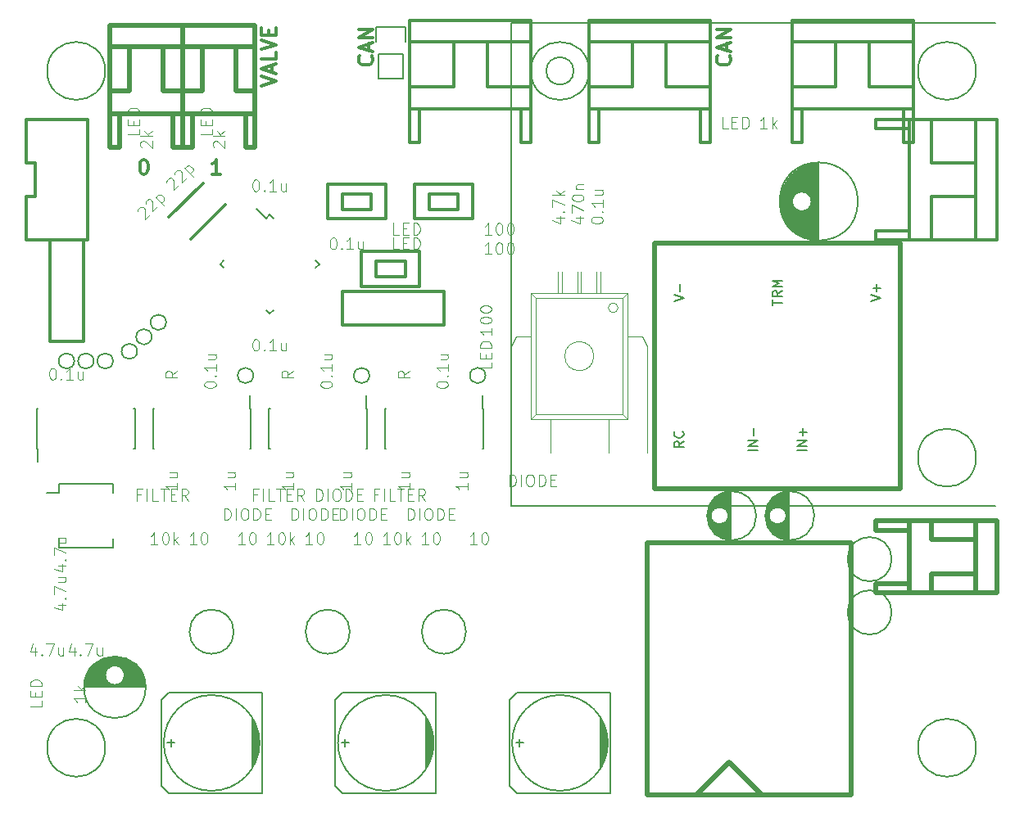
<source format=gbr>
G04 #@! TF.FileFunction,Legend,Top*
%FSLAX46Y46*%
G04 Gerber Fmt 4.6, Leading zero omitted, Abs format (unit mm)*
G04 Created by KiCad (PCBNEW 4.0.6) date 04/10/17 19:15:21*
%MOMM*%
%LPD*%
G01*
G04 APERTURE LIST*
%ADD10C,0.100000*%
%ADD11C,0.300000*%
%ADD12C,0.200000*%
%ADD13C,0.500000*%
%ADD14C,0.150000*%
%ADD15C,0.101600*%
G04 APERTURE END LIST*
D10*
D11*
X19928572Y-15678571D02*
X19071429Y-15678571D01*
X19500001Y-15678571D02*
X19500001Y-14178571D01*
X19357144Y-14392857D01*
X19214286Y-14535714D01*
X19071429Y-14607143D01*
X11928572Y-14178571D02*
X12071429Y-14178571D01*
X12214286Y-14250000D01*
X12285715Y-14321429D01*
X12357144Y-14464286D01*
X12428572Y-14750000D01*
X12428572Y-15107143D01*
X12357144Y-15392857D01*
X12285715Y-15535714D01*
X12214286Y-15607143D01*
X12071429Y-15678571D01*
X11928572Y-15678571D01*
X11785715Y-15607143D01*
X11714286Y-15535714D01*
X11642858Y-15392857D01*
X11571429Y-15107143D01*
X11571429Y-14750000D01*
X11642858Y-14464286D01*
X11714286Y-14321429D01*
X11785715Y-14250000D01*
X11928572Y-14178571D01*
X24178571Y-6571428D02*
X25678571Y-6071428D01*
X24178571Y-5571428D01*
X25250000Y-5142857D02*
X25250000Y-4428571D01*
X25678571Y-5285714D02*
X24178571Y-4785714D01*
X25678571Y-4285714D01*
X25678571Y-3071428D02*
X25678571Y-3785714D01*
X24178571Y-3785714D01*
X24178571Y-2785714D02*
X25678571Y-2285714D01*
X24178571Y-1785714D01*
X24892857Y-1285714D02*
X24892857Y-785714D01*
X25678571Y-571428D02*
X25678571Y-1285714D01*
X24178571Y-1285714D01*
X24178571Y-571428D01*
X35535714Y-3464285D02*
X35607143Y-3535714D01*
X35678571Y-3750000D01*
X35678571Y-3892857D01*
X35607143Y-4107142D01*
X35464286Y-4250000D01*
X35321429Y-4321428D01*
X35035714Y-4392857D01*
X34821429Y-4392857D01*
X34535714Y-4321428D01*
X34392857Y-4250000D01*
X34250000Y-4107142D01*
X34178571Y-3892857D01*
X34178571Y-3750000D01*
X34250000Y-3535714D01*
X34321429Y-3464285D01*
X35250000Y-2892857D02*
X35250000Y-2178571D01*
X35678571Y-3035714D02*
X34178571Y-2535714D01*
X35678571Y-2035714D01*
X35678571Y-1535714D02*
X34178571Y-1535714D01*
X35678571Y-678571D01*
X34178571Y-678571D01*
X72535714Y-3464285D02*
X72607143Y-3535714D01*
X72678571Y-3750000D01*
X72678571Y-3892857D01*
X72607143Y-4107142D01*
X72464286Y-4250000D01*
X72321429Y-4321428D01*
X72035714Y-4392857D01*
X71821429Y-4392857D01*
X71535714Y-4321428D01*
X71392857Y-4250000D01*
X71250000Y-4107142D01*
X71178571Y-3892857D01*
X71178571Y-3750000D01*
X71250000Y-3535714D01*
X71321429Y-3464285D01*
X72250000Y-2892857D02*
X72250000Y-2178571D01*
X72678571Y-3035714D02*
X71178571Y-2535714D01*
X72678571Y-2035714D01*
X72678571Y-1535714D02*
X71178571Y-1535714D01*
X72678571Y-678571D01*
X71178571Y-678571D01*
D12*
X58000000Y-5000000D02*
G75*
G03X58000000Y-5000000I-3000000J0D01*
G01*
X98000000Y-45000000D02*
G75*
G03X98000000Y-45000000I-3000000J0D01*
G01*
X98000000Y-5000000D02*
G75*
G03X98000000Y-5000000I-3000000J0D01*
G01*
X98000000Y-75000000D02*
G75*
G03X98000000Y-75000000I-3000000J0D01*
G01*
X8000000Y-75000000D02*
G75*
G03X8000000Y-75000000I-3000000J0D01*
G01*
X8000000Y-5000000D02*
G75*
G03X8000000Y-5000000I-3000000J0D01*
G01*
X56414214Y-5000000D02*
G75*
G03X56414214Y-5000000I-1414214J0D01*
G01*
X50000000Y0D02*
X50000000Y-50000000D01*
X50000000Y0D02*
X100000000Y0D01*
X100000000Y-50000000D02*
X50000000Y-50000000D01*
D13*
X90200000Y-22800000D02*
X64800000Y-22800000D01*
X64800000Y-22800000D02*
X64800000Y-48200000D01*
X64800000Y-48200000D02*
X90200000Y-48200000D01*
X90200000Y-48200000D02*
X90200000Y-22800000D01*
D11*
X18136396Y-16600862D02*
X14600862Y-20136396D01*
X20399138Y-18863604D02*
X16863604Y-22399138D01*
D14*
X23826000Y-73484000D02*
X23826000Y-75516000D01*
X23699000Y-75897000D02*
X23699000Y-72976000D01*
X23572000Y-72722000D02*
X23572000Y-76278000D01*
X23445000Y-76659000D02*
X23445000Y-72341000D01*
X23318000Y-72087000D02*
X23318000Y-76913000D01*
X23191000Y-77040000D02*
X23191000Y-71960000D01*
X24207000Y-79707000D02*
X24207000Y-69293000D01*
X24207000Y-69293000D02*
X14555000Y-69293000D01*
X14555000Y-69293000D02*
X13793000Y-70055000D01*
X13793000Y-70055000D02*
X13793000Y-78945000D01*
X13793000Y-78945000D02*
X14555000Y-79707000D01*
X14555000Y-79707000D02*
X24207000Y-79707000D01*
X14428000Y-74500000D02*
X15190000Y-74500000D01*
X14809000Y-74881000D02*
X14809000Y-74119000D01*
X23953000Y-74500000D02*
G75*
G03X23953000Y-74500000I-4953000J0D01*
G01*
X41826000Y-73484000D02*
X41826000Y-75516000D01*
X41699000Y-75897000D02*
X41699000Y-72976000D01*
X41572000Y-72722000D02*
X41572000Y-76278000D01*
X41445000Y-76659000D02*
X41445000Y-72341000D01*
X41318000Y-72087000D02*
X41318000Y-76913000D01*
X41191000Y-77040000D02*
X41191000Y-71960000D01*
X42207000Y-79707000D02*
X42207000Y-69293000D01*
X42207000Y-69293000D02*
X32555000Y-69293000D01*
X32555000Y-69293000D02*
X31793000Y-70055000D01*
X31793000Y-70055000D02*
X31793000Y-78945000D01*
X31793000Y-78945000D02*
X32555000Y-79707000D01*
X32555000Y-79707000D02*
X42207000Y-79707000D01*
X32428000Y-74500000D02*
X33190000Y-74500000D01*
X32809000Y-74881000D02*
X32809000Y-74119000D01*
X41953000Y-74500000D02*
G75*
G03X41953000Y-74500000I-4953000J0D01*
G01*
X925000Y-44075000D02*
X1030000Y-44075000D01*
X925000Y-39925000D02*
X1030000Y-39925000D01*
X11075000Y-39925000D02*
X10970000Y-39925000D01*
X11075000Y-44075000D02*
X10970000Y-44075000D01*
X925000Y-44075000D02*
X925000Y-39925000D01*
X11075000Y-44075000D02*
X11075000Y-39925000D01*
X1030000Y-44075000D02*
X1030000Y-45450000D01*
D11*
X43000000Y-31300000D02*
X32500000Y-31300000D01*
X32500000Y-31300000D02*
X32500000Y-27800000D01*
X32500000Y-27800000D02*
X43000000Y-27800000D01*
X43000000Y-27800000D02*
X43000000Y-31300000D01*
X5800000Y-22500000D02*
X5800000Y-33000000D01*
X5800000Y-33000000D02*
X2300000Y-33000000D01*
X2300000Y-33000000D02*
X2300000Y-22500000D01*
X2300000Y-22500000D02*
X5800000Y-22500000D01*
D14*
X33286000Y-63000000D02*
G75*
G03X33286000Y-63000000I-2286000J0D01*
G01*
X21286000Y-63000000D02*
G75*
G03X21286000Y-63000000I-2286000J0D01*
G01*
X45286000Y-63000000D02*
G75*
G03X45286000Y-63000000I-2286000J0D01*
G01*
D11*
X39000000Y-24700000D02*
X36000000Y-24700000D01*
X36000000Y-24700000D02*
X36000000Y-26300000D01*
X36000000Y-26300000D02*
X39000000Y-26300000D01*
X39000000Y-26300000D02*
X39000000Y-24700000D01*
X40500000Y-23700000D02*
X34500000Y-23700000D01*
X34500000Y-23700000D02*
X34500000Y-27300000D01*
X34500000Y-27300000D02*
X40500000Y-27300000D01*
X40500000Y-27300000D02*
X40500000Y-23700000D01*
D14*
X25000000Y-19873476D02*
X24628769Y-20244707D01*
X30126524Y-25000000D02*
X29755293Y-25371231D01*
X25000000Y-30126524D02*
X25371231Y-29755293D01*
X19873476Y-25000000D02*
X20244707Y-24628769D01*
X25000000Y-19873476D02*
X25371231Y-20244707D01*
X19873476Y-25000000D02*
X20244707Y-25371231D01*
X25000000Y-30126524D02*
X24628769Y-29755293D01*
X30126524Y-25000000D02*
X29755293Y-24628769D01*
X24628769Y-20244707D02*
X23656497Y-19272435D01*
D10*
X61500000Y-28500000D02*
X61500000Y-40500000D01*
X52500000Y-28500000D02*
X61500000Y-28500000D01*
X61500000Y-28500000D02*
X62000000Y-28000000D01*
X52500000Y-40500000D02*
X52500000Y-28500000D01*
X52500000Y-28500000D02*
X52000000Y-28000000D01*
X52500000Y-40500000D02*
X52000000Y-41000000D01*
X61500000Y-40500000D02*
X52500000Y-40500000D01*
X62000000Y-41000000D02*
X61500000Y-40500000D01*
X50000000Y-33500000D02*
X50000000Y-44500000D01*
X50500000Y-32500000D02*
X52000000Y-32500000D01*
X50500000Y-32500000D02*
X50000000Y-33500000D01*
X64000000Y-33500000D02*
X64000000Y-44500000D01*
X63500000Y-32500000D02*
X62000000Y-32500000D01*
X64000000Y-33500000D02*
X63500000Y-32500000D01*
X61000000Y-29500000D02*
G75*
G03X61000000Y-29500000I-500000J0D01*
G01*
X58500000Y-34500000D02*
G75*
G03X58500000Y-34500000I-1500000J0D01*
G01*
X54800000Y-28000000D02*
X54800000Y-25800000D01*
X55200000Y-28000000D02*
X55200000Y-25800000D01*
X58800000Y-28000000D02*
X58800000Y-25800000D01*
X59200000Y-28000000D02*
X59200000Y-25800000D01*
X56800000Y-28000000D02*
X56800000Y-25800000D01*
X57200000Y-28000000D02*
X57200000Y-25800000D01*
X54000000Y-44500000D02*
X54000000Y-41000000D01*
X60000000Y-44500000D02*
X60000000Y-41000000D01*
X52000000Y-28000000D02*
X62000000Y-28000000D01*
X62000000Y-41000000D02*
X52000000Y-41000000D01*
X62000000Y-41000000D02*
X62000000Y-28000000D01*
X52000000Y-41000000D02*
X52000000Y-28000000D01*
D14*
X35075000Y-39925000D02*
X34970000Y-39925000D01*
X35075000Y-44075000D02*
X34970000Y-44075000D01*
X24925000Y-44075000D02*
X25030000Y-44075000D01*
X24925000Y-39925000D02*
X25030000Y-39925000D01*
X35075000Y-39925000D02*
X35075000Y-44075000D01*
X24925000Y-39925000D02*
X24925000Y-44075000D01*
X34970000Y-39925000D02*
X34970000Y-38550000D01*
X23075000Y-39925000D02*
X22970000Y-39925000D01*
X23075000Y-44075000D02*
X22970000Y-44075000D01*
X12925000Y-44075000D02*
X13030000Y-44075000D01*
X12925000Y-39925000D02*
X13030000Y-39925000D01*
X23075000Y-39925000D02*
X23075000Y-44075000D01*
X12925000Y-39925000D02*
X12925000Y-44075000D01*
X22970000Y-39925000D02*
X22970000Y-38550000D01*
X47075000Y-39925000D02*
X46970000Y-39925000D01*
X47075000Y-44075000D02*
X46970000Y-44075000D01*
X36925000Y-44075000D02*
X37030000Y-44075000D01*
X36925000Y-39925000D02*
X37030000Y-39925000D01*
X47075000Y-39925000D02*
X47075000Y-44075000D01*
X36925000Y-39925000D02*
X36925000Y-44075000D01*
X46970000Y-39925000D02*
X46970000Y-38550000D01*
X3225000Y-47725000D02*
X3225000Y-48625000D01*
X8775000Y-47725000D02*
X8775000Y-48625000D01*
X8775000Y-54275000D02*
X8775000Y-53375000D01*
X3225000Y-54275000D02*
X3225000Y-53375000D01*
X3225000Y-47725000D02*
X8775000Y-47725000D01*
X3225000Y-54275000D02*
X8775000Y-54275000D01*
X3225000Y-48625000D02*
X1950000Y-48625000D01*
X5851000Y-68675000D02*
X12149000Y-68675000D01*
X5857000Y-68535000D02*
X12143000Y-68535000D01*
X5870000Y-68395000D02*
X8554000Y-68395000D01*
X9446000Y-68395000D02*
X12130000Y-68395000D01*
X5889000Y-68255000D02*
X8344000Y-68255000D01*
X9656000Y-68255000D02*
X12111000Y-68255000D01*
X5915000Y-68115000D02*
X8211000Y-68115000D01*
X9789000Y-68115000D02*
X12085000Y-68115000D01*
X5947000Y-67975000D02*
X8120000Y-67975000D01*
X9880000Y-67975000D02*
X12053000Y-67975000D01*
X5986000Y-67835000D02*
X8058000Y-67835000D01*
X9942000Y-67835000D02*
X12014000Y-67835000D01*
X6032000Y-67695000D02*
X8019000Y-67695000D01*
X9981000Y-67695000D02*
X11968000Y-67695000D01*
X6085000Y-67555000D02*
X8002000Y-67555000D01*
X9998000Y-67555000D02*
X11915000Y-67555000D01*
X6147000Y-67415000D02*
X8004000Y-67415000D01*
X9996000Y-67415000D02*
X11853000Y-67415000D01*
X6217000Y-67275000D02*
X8026000Y-67275000D01*
X9974000Y-67275000D02*
X11783000Y-67275000D01*
X6296000Y-67135000D02*
X8069000Y-67135000D01*
X9931000Y-67135000D02*
X11704000Y-67135000D01*
X6384000Y-66995000D02*
X8137000Y-66995000D01*
X9863000Y-66995000D02*
X11616000Y-66995000D01*
X6484000Y-66855000D02*
X8236000Y-66855000D01*
X9764000Y-66855000D02*
X11516000Y-66855000D01*
X6596000Y-66715000D02*
X8381000Y-66715000D01*
X9619000Y-66715000D02*
X11404000Y-66715000D01*
X6721000Y-66575000D02*
X8620000Y-66575000D01*
X9380000Y-66575000D02*
X11279000Y-66575000D01*
X6864000Y-66435000D02*
X11136000Y-66435000D01*
X7026000Y-66295000D02*
X10974000Y-66295000D01*
X7214000Y-66155000D02*
X10786000Y-66155000D01*
X7437000Y-66015000D02*
X10563000Y-66015000D01*
X7713000Y-65875000D02*
X10287000Y-65875000D01*
X8088000Y-65735000D02*
X9912000Y-65735000D01*
X10000000Y-67500000D02*
G75*
G03X10000000Y-67500000I-1000000J0D01*
G01*
X12187500Y-68750000D02*
G75*
G03X12187500Y-68750000I-3187500J0D01*
G01*
X38770000Y-3270000D02*
X38770000Y-5810000D01*
X39050000Y-450000D02*
X39050000Y-2000000D01*
X38770000Y-3270000D02*
X36230000Y-3270000D01*
X35950000Y-2000000D02*
X35950000Y-450000D01*
X35950000Y-450000D02*
X39050000Y-450000D01*
X36230000Y-3270000D02*
X36230000Y-5810000D01*
X36230000Y-5810000D02*
X38770000Y-5810000D01*
D11*
X44500000Y-17700000D02*
X41500000Y-17700000D01*
X41500000Y-17700000D02*
X41500000Y-19300000D01*
X41500000Y-19300000D02*
X44500000Y-19300000D01*
X44500000Y-19300000D02*
X44500000Y-17700000D01*
X46000000Y-16700000D02*
X40000000Y-16700000D01*
X40000000Y-16700000D02*
X40000000Y-20300000D01*
X40000000Y-20300000D02*
X46000000Y-20300000D01*
X46000000Y-20300000D02*
X46000000Y-16700000D01*
X35500000Y-17700000D02*
X32500000Y-17700000D01*
X32500000Y-17700000D02*
X32500000Y-19300000D01*
X32500000Y-19300000D02*
X35500000Y-19300000D01*
X35500000Y-19300000D02*
X35500000Y-17700000D01*
X37000000Y-16700000D02*
X31000000Y-16700000D01*
X31000000Y-16700000D02*
X31000000Y-20300000D01*
X31000000Y-20300000D02*
X37000000Y-20300000D01*
X37000000Y-20300000D02*
X37000000Y-16700000D01*
D14*
X14303219Y-31000000D02*
G75*
G03X14303219Y-31000000I-803219J0D01*
G01*
X12803219Y-32500000D02*
G75*
G03X12803219Y-32500000I-803219J0D01*
G01*
X11303219Y-34000000D02*
G75*
G03X11303219Y-34000000I-803219J0D01*
G01*
X4803219Y-35000000D02*
G75*
G03X4803219Y-35000000I-803219J0D01*
G01*
X6803219Y-35000000D02*
G75*
G03X6803219Y-35000000I-803219J0D01*
G01*
X8803219Y-35000000D02*
G75*
G03X8803219Y-35000000I-803219J0D01*
G01*
X35303219Y-36500000D02*
G75*
G03X35303219Y-36500000I-803219J0D01*
G01*
X23303219Y-36500000D02*
G75*
G03X23303219Y-36500000I-803219J0D01*
G01*
X47303219Y-36500000D02*
G75*
G03X47303219Y-36500000I-803219J0D01*
G01*
X89286000Y-55500000D02*
G75*
G03X89286000Y-55500000I-2286000J0D01*
G01*
X89286000Y-61000000D02*
G75*
G03X89286000Y-61000000I-2286000J0D01*
G01*
D13*
X72500000Y-76500000D02*
X69100000Y-79900000D01*
X72500000Y-76500000D02*
X75900000Y-79900000D01*
X85100000Y-53800000D02*
X64000000Y-53800000D01*
X78500000Y-79900000D02*
X64000000Y-79900000D01*
X64000000Y-79900000D02*
X64000000Y-53800000D01*
X85100000Y-79900000D02*
X85100000Y-53800000D01*
X78500000Y-79900000D02*
X85100000Y-79900000D01*
D11*
X79000000Y200000D02*
X91500000Y200000D01*
X79000000Y-12400000D02*
X79000000Y200000D01*
X80000000Y-8900000D02*
X80000000Y-12400000D01*
X80000000Y-12400000D02*
X79000000Y-12400000D01*
X91500000Y-8900000D02*
X79000000Y-8900000D01*
X83500000Y-6600000D02*
X83500000Y-2000000D01*
X83500000Y-6600000D02*
X79000000Y-6600000D01*
X87000000Y-2000000D02*
X87000000Y-6600000D01*
X87000000Y-6600000D02*
X91500000Y-6600000D01*
X91500000Y-2000000D02*
X79000000Y-2000000D01*
X91500000Y-12400000D02*
X91500000Y200000D01*
X91500000Y-12400000D02*
X90500000Y-12400000D01*
X90500000Y-12400000D02*
X90500000Y-8900000D01*
D13*
X87600000Y-58000000D02*
X87600000Y-59000000D01*
X87600000Y-51500000D02*
X87600000Y-52500000D01*
X87600000Y-52500000D02*
X91100000Y-52500000D01*
X87600000Y-58000000D02*
X91100000Y-58000000D01*
X93400000Y-53500000D02*
X93400000Y-51500000D01*
X93400000Y-57000000D02*
X93400000Y-59000000D01*
X93400000Y-53500000D02*
X98000000Y-53500000D01*
X93400000Y-57000000D02*
X98000000Y-57000000D01*
X91100000Y-59000000D02*
X91100000Y-51500000D01*
X98000000Y-59000000D02*
X98000000Y-51500000D01*
X100200000Y-59000000D02*
X100200000Y-51500000D01*
X87600000Y-51500000D02*
X100200000Y-51500000D01*
X87600000Y-59000000D02*
X100200000Y-59000000D01*
D14*
X81675000Y-22499000D02*
X81675000Y-14501000D01*
X81535000Y-22494000D02*
X81535000Y-14506000D01*
X81395000Y-22484000D02*
X81395000Y-14516000D01*
X81255000Y-22469000D02*
X81255000Y-14531000D01*
X81115000Y-22449000D02*
X81115000Y-14551000D01*
X80975000Y-22424000D02*
X80975000Y-18722000D01*
X80975000Y-18278000D02*
X80975000Y-14576000D01*
X80835000Y-22394000D02*
X80835000Y-19050000D01*
X80835000Y-17950000D02*
X80835000Y-14606000D01*
X80695000Y-22358000D02*
X80695000Y-19219000D01*
X80695000Y-17781000D02*
X80695000Y-14642000D01*
X80555000Y-22317000D02*
X80555000Y-19332000D01*
X80555000Y-17668000D02*
X80555000Y-14683000D01*
X80415000Y-22271000D02*
X80415000Y-19410000D01*
X80415000Y-17590000D02*
X80415000Y-14729000D01*
X80275000Y-22218000D02*
X80275000Y-19461000D01*
X80275000Y-17539000D02*
X80275000Y-14782000D01*
X80135000Y-22159000D02*
X80135000Y-19491000D01*
X80135000Y-17509000D02*
X80135000Y-14841000D01*
X79995000Y-22094000D02*
X79995000Y-19500000D01*
X79995000Y-17500000D02*
X79995000Y-14906000D01*
X79855000Y-22023000D02*
X79855000Y-19489000D01*
X79855000Y-17511000D02*
X79855000Y-14977000D01*
X79715000Y-21944000D02*
X79715000Y-19459000D01*
X79715000Y-17541000D02*
X79715000Y-15056000D01*
X79575000Y-21857000D02*
X79575000Y-19405000D01*
X79575000Y-17595000D02*
X79575000Y-15143000D01*
X79435000Y-21762000D02*
X79435000Y-19325000D01*
X79435000Y-17675000D02*
X79435000Y-15238000D01*
X79295000Y-21658000D02*
X79295000Y-19209000D01*
X79295000Y-17791000D02*
X79295000Y-15342000D01*
X79155000Y-21544000D02*
X79155000Y-19035000D01*
X79155000Y-17965000D02*
X79155000Y-15456000D01*
X79015000Y-21419000D02*
X79015000Y-18673000D01*
X79015000Y-18327000D02*
X79015000Y-15581000D01*
X78875000Y-21281000D02*
X78875000Y-15719000D01*
X78735000Y-21129000D02*
X78735000Y-15871000D01*
X78595000Y-20959000D02*
X78595000Y-16041000D01*
X78455000Y-20768000D02*
X78455000Y-16232000D01*
X78315000Y-20550000D02*
X78315000Y-16450000D01*
X78175000Y-20294000D02*
X78175000Y-16706000D01*
X78035000Y-19983000D02*
X78035000Y-17017000D01*
X77895000Y-19567000D02*
X77895000Y-17433000D01*
X77755000Y-18700000D02*
X77755000Y-18300000D01*
X81000000Y-18500000D02*
G75*
G03X81000000Y-18500000I-1000000J0D01*
G01*
X85787500Y-18500000D02*
G75*
G03X85787500Y-18500000I-4037500J0D01*
G01*
X78675000Y-53499000D02*
X78675000Y-48501000D01*
X78535000Y-53491000D02*
X78535000Y-48509000D01*
X78395000Y-53475000D02*
X78395000Y-51095000D01*
X78395000Y-50905000D02*
X78395000Y-48525000D01*
X78255000Y-53451000D02*
X78255000Y-51490000D01*
X78255000Y-50510000D02*
X78255000Y-48549000D01*
X78115000Y-53418000D02*
X78115000Y-51657000D01*
X78115000Y-50343000D02*
X78115000Y-48582000D01*
X77975000Y-53377000D02*
X77975000Y-51764000D01*
X77975000Y-50236000D02*
X77975000Y-48623000D01*
X77835000Y-53327000D02*
X77835000Y-51835000D01*
X77835000Y-50165000D02*
X77835000Y-48673000D01*
X77695000Y-53266000D02*
X77695000Y-51879000D01*
X77695000Y-50121000D02*
X77695000Y-48734000D01*
X77555000Y-53196000D02*
X77555000Y-51898000D01*
X77555000Y-50102000D02*
X77555000Y-48804000D01*
X77415000Y-53114000D02*
X77415000Y-51896000D01*
X77415000Y-50104000D02*
X77415000Y-48886000D01*
X77275000Y-53019000D02*
X77275000Y-51871000D01*
X77275000Y-50129000D02*
X77275000Y-48981000D01*
X77135000Y-52908000D02*
X77135000Y-51823000D01*
X77135000Y-50177000D02*
X77135000Y-49092000D01*
X76995000Y-52780000D02*
X76995000Y-51745000D01*
X76995000Y-50255000D02*
X76995000Y-49220000D01*
X76855000Y-52631000D02*
X76855000Y-51628000D01*
X76855000Y-50372000D02*
X76855000Y-49369000D01*
X76715000Y-52452000D02*
X76715000Y-51440000D01*
X76715000Y-50560000D02*
X76715000Y-49548000D01*
X76575000Y-52233000D02*
X76575000Y-49767000D01*
X76435000Y-51944000D02*
X76435000Y-50056000D01*
X76295000Y-51472000D02*
X76295000Y-50528000D01*
X78400000Y-51000000D02*
G75*
G03X78400000Y-51000000I-900000J0D01*
G01*
X81287500Y-51000000D02*
G75*
G03X81287500Y-51000000I-2537500J0D01*
G01*
X72675000Y-53499000D02*
X72675000Y-48501000D01*
X72535000Y-53491000D02*
X72535000Y-48509000D01*
X72395000Y-53475000D02*
X72395000Y-51095000D01*
X72395000Y-50905000D02*
X72395000Y-48525000D01*
X72255000Y-53451000D02*
X72255000Y-51490000D01*
X72255000Y-50510000D02*
X72255000Y-48549000D01*
X72115000Y-53418000D02*
X72115000Y-51657000D01*
X72115000Y-50343000D02*
X72115000Y-48582000D01*
X71975000Y-53377000D02*
X71975000Y-51764000D01*
X71975000Y-50236000D02*
X71975000Y-48623000D01*
X71835000Y-53327000D02*
X71835000Y-51835000D01*
X71835000Y-50165000D02*
X71835000Y-48673000D01*
X71695000Y-53266000D02*
X71695000Y-51879000D01*
X71695000Y-50121000D02*
X71695000Y-48734000D01*
X71555000Y-53196000D02*
X71555000Y-51898000D01*
X71555000Y-50102000D02*
X71555000Y-48804000D01*
X71415000Y-53114000D02*
X71415000Y-51896000D01*
X71415000Y-50104000D02*
X71415000Y-48886000D01*
X71275000Y-53019000D02*
X71275000Y-51871000D01*
X71275000Y-50129000D02*
X71275000Y-48981000D01*
X71135000Y-52908000D02*
X71135000Y-51823000D01*
X71135000Y-50177000D02*
X71135000Y-49092000D01*
X70995000Y-52780000D02*
X70995000Y-51745000D01*
X70995000Y-50255000D02*
X70995000Y-49220000D01*
X70855000Y-52631000D02*
X70855000Y-51628000D01*
X70855000Y-50372000D02*
X70855000Y-49369000D01*
X70715000Y-52452000D02*
X70715000Y-51440000D01*
X70715000Y-50560000D02*
X70715000Y-49548000D01*
X70575000Y-52233000D02*
X70575000Y-49767000D01*
X70435000Y-51944000D02*
X70435000Y-50056000D01*
X70295000Y-51472000D02*
X70295000Y-50528000D01*
X72400000Y-51000000D02*
G75*
G03X72400000Y-51000000I-900000J0D01*
G01*
X75287500Y-51000000D02*
G75*
G03X75287500Y-51000000I-2537500J0D01*
G01*
D11*
X39500000Y200000D02*
X52000000Y200000D01*
X39500000Y-12400000D02*
X39500000Y200000D01*
X40500000Y-8900000D02*
X40500000Y-12400000D01*
X40500000Y-12400000D02*
X39500000Y-12400000D01*
X52000000Y-8900000D02*
X39500000Y-8900000D01*
X44000000Y-6600000D02*
X44000000Y-2000000D01*
X44000000Y-6600000D02*
X39500000Y-6600000D01*
X47500000Y-2000000D02*
X47500000Y-6600000D01*
X47500000Y-6600000D02*
X52000000Y-6600000D01*
X52000000Y-2000000D02*
X39500000Y-2000000D01*
X52000000Y-12400000D02*
X52000000Y200000D01*
X52000000Y-12400000D02*
X51000000Y-12400000D01*
X51000000Y-12400000D02*
X51000000Y-8900000D01*
X58000000Y200000D02*
X70500000Y200000D01*
X58000000Y-12400000D02*
X58000000Y200000D01*
X59000000Y-8900000D02*
X59000000Y-12400000D01*
X59000000Y-12400000D02*
X58000000Y-12400000D01*
X70500000Y-8900000D02*
X58000000Y-8900000D01*
X62500000Y-6600000D02*
X62500000Y-2000000D01*
X62500000Y-6600000D02*
X58000000Y-6600000D01*
X66000000Y-2000000D02*
X66000000Y-6600000D01*
X66000000Y-6600000D02*
X70500000Y-6600000D01*
X70500000Y-2000000D02*
X58000000Y-2000000D01*
X70500000Y-12400000D02*
X70500000Y200000D01*
X70500000Y-12400000D02*
X69500000Y-12400000D01*
X69500000Y-12400000D02*
X69500000Y-8900000D01*
X100200000Y-10000000D02*
X100200000Y-22500000D01*
X87600000Y-10000000D02*
X100200000Y-10000000D01*
X91100000Y-11000000D02*
X87600000Y-11000000D01*
X87600000Y-11000000D02*
X87600000Y-10000000D01*
X91100000Y-22500000D02*
X91100000Y-10000000D01*
X93400000Y-14500000D02*
X98000000Y-14500000D01*
X93400000Y-14500000D02*
X93400000Y-10000000D01*
X98000000Y-18000000D02*
X93400000Y-18000000D01*
X93400000Y-18000000D02*
X93400000Y-22500000D01*
X98000000Y-22500000D02*
X98000000Y-10000000D01*
X87600000Y-22500000D02*
X100200000Y-22500000D01*
X87600000Y-22500000D02*
X87600000Y-21500000D01*
X87600000Y-21500000D02*
X91100000Y-21500000D01*
X-200000Y-10000000D02*
X-200000Y-14500000D01*
X-200000Y-14500000D02*
X800000Y-14500000D01*
X800000Y-14500000D02*
X800000Y-18000000D01*
X800000Y-18000000D02*
X-200000Y-18000000D01*
X-200000Y-18000000D02*
X-200000Y-22500000D01*
X6200000Y-22500000D02*
X6200000Y-10000000D01*
X-200000Y-22500000D02*
X6200000Y-22500000D01*
X6200000Y-10000000D02*
X-200000Y-10000000D01*
D13*
X15000000Y-12900000D02*
X16000000Y-12900000D01*
X8500000Y-12900000D02*
X9500000Y-12900000D01*
X9500000Y-12900000D02*
X9500000Y-9400000D01*
X15000000Y-12900000D02*
X15000000Y-9400000D01*
X10500000Y-7100000D02*
X8500000Y-7100000D01*
X14000000Y-7100000D02*
X16000000Y-7100000D01*
X10500000Y-7100000D02*
X10500000Y-2500000D01*
X14000000Y-7100000D02*
X14000000Y-2500000D01*
X16000000Y-9400000D02*
X8500000Y-9400000D01*
X16000000Y-2500000D02*
X8500000Y-2500000D01*
X16000000Y-300000D02*
X8500000Y-300000D01*
X8500000Y-12900000D02*
X8500000Y-300000D01*
X16000000Y-12900000D02*
X16000000Y-300000D01*
X22500000Y-12900000D02*
X23500000Y-12900000D01*
X16000000Y-12900000D02*
X17000000Y-12900000D01*
X17000000Y-12900000D02*
X17000000Y-9400000D01*
X22500000Y-12900000D02*
X22500000Y-9400000D01*
X18000000Y-7100000D02*
X16000000Y-7100000D01*
X21500000Y-7100000D02*
X23500000Y-7100000D01*
X18000000Y-7100000D02*
X18000000Y-2500000D01*
X21500000Y-7100000D02*
X21500000Y-2500000D01*
X23500000Y-9400000D02*
X16000000Y-9400000D01*
X23500000Y-2500000D02*
X16000000Y-2500000D01*
X23500000Y-300000D02*
X16000000Y-300000D01*
X16000000Y-12900000D02*
X16000000Y-300000D01*
X23500000Y-12900000D02*
X23500000Y-300000D01*
D14*
X59826000Y-73484000D02*
X59826000Y-75516000D01*
X59699000Y-75897000D02*
X59699000Y-72976000D01*
X59572000Y-72722000D02*
X59572000Y-76278000D01*
X59445000Y-76659000D02*
X59445000Y-72341000D01*
X59318000Y-72087000D02*
X59318000Y-76913000D01*
X59191000Y-77040000D02*
X59191000Y-71960000D01*
X60207000Y-79707000D02*
X60207000Y-69293000D01*
X60207000Y-69293000D02*
X50555000Y-69293000D01*
X50555000Y-69293000D02*
X49793000Y-70055000D01*
X49793000Y-70055000D02*
X49793000Y-78945000D01*
X49793000Y-78945000D02*
X50555000Y-79707000D01*
X50555000Y-79707000D02*
X60207000Y-79707000D01*
X50428000Y-74500000D02*
X51190000Y-74500000D01*
X50809000Y-74881000D02*
X50809000Y-74119000D01*
X59953000Y-74500000D02*
G75*
G03X59953000Y-74500000I-4953000J0D01*
G01*
X67792381Y-43310476D02*
X67316190Y-43643810D01*
X67792381Y-43881905D02*
X66792381Y-43881905D01*
X66792381Y-43500952D01*
X66840000Y-43405714D01*
X66887619Y-43358095D01*
X66982857Y-43310476D01*
X67125714Y-43310476D01*
X67220952Y-43358095D01*
X67268571Y-43405714D01*
X67316190Y-43500952D01*
X67316190Y-43881905D01*
X67697143Y-42310476D02*
X67744762Y-42358095D01*
X67792381Y-42500952D01*
X67792381Y-42596190D01*
X67744762Y-42739048D01*
X67649524Y-42834286D01*
X67554286Y-42881905D01*
X67363810Y-42929524D01*
X67220952Y-42929524D01*
X67030476Y-42881905D01*
X66935238Y-42834286D01*
X66840000Y-42739048D01*
X66792381Y-42596190D01*
X66792381Y-42500952D01*
X66840000Y-42358095D01*
X66887619Y-42310476D01*
X75412381Y-44262857D02*
X74412381Y-44262857D01*
X75412381Y-43786667D02*
X74412381Y-43786667D01*
X75412381Y-43215238D01*
X74412381Y-43215238D01*
X75031429Y-42739048D02*
X75031429Y-41977143D01*
X80492381Y-44262857D02*
X79492381Y-44262857D01*
X80492381Y-43786667D02*
X79492381Y-43786667D01*
X80492381Y-43215238D01*
X79492381Y-43215238D01*
X80111429Y-42739048D02*
X80111429Y-41977143D01*
X80492381Y-42358095D02*
X79730476Y-42358095D01*
X66792381Y-28832381D02*
X67792381Y-28499048D01*
X66792381Y-28165714D01*
X67411429Y-27832381D02*
X67411429Y-27070476D01*
X76952381Y-29237143D02*
X76952381Y-28665714D01*
X77952381Y-28951429D02*
X76952381Y-28951429D01*
X77952381Y-27760952D02*
X77476190Y-28094286D01*
X77952381Y-28332381D02*
X76952381Y-28332381D01*
X76952381Y-27951428D01*
X77000000Y-27856190D01*
X77047619Y-27808571D01*
X77142857Y-27760952D01*
X77285714Y-27760952D01*
X77380952Y-27808571D01*
X77428571Y-27856190D01*
X77476190Y-27951428D01*
X77476190Y-28332381D01*
X77952381Y-27332381D02*
X76952381Y-27332381D01*
X77666667Y-26999047D01*
X76952381Y-26665714D01*
X77952381Y-26665714D01*
X87112381Y-28832381D02*
X88112381Y-28499048D01*
X87112381Y-28165714D01*
X87731429Y-27832381D02*
X87731429Y-27070476D01*
X88112381Y-27451428D02*
X87350476Y-27451428D01*
D15*
X804333Y-64638214D02*
X804333Y-65442548D01*
X517071Y-64178595D02*
X229810Y-65040381D01*
X976690Y-65040381D01*
X1436310Y-65327643D02*
X1493762Y-65385095D01*
X1436310Y-65442548D01*
X1378858Y-65385095D01*
X1436310Y-65327643D01*
X1436310Y-65442548D01*
X1895929Y-64236048D02*
X2700262Y-64236048D01*
X2183191Y-65442548D01*
X3676953Y-64638214D02*
X3676953Y-65442548D01*
X3159882Y-64638214D02*
X3159882Y-65270190D01*
X3217334Y-65385095D01*
X3332239Y-65442548D01*
X3504596Y-65442548D01*
X3619501Y-65385095D01*
X3676953Y-65327643D01*
X14350001Y-16525000D02*
X14350001Y-16443751D01*
X14390626Y-16321876D01*
X14593751Y-16118751D01*
X14715625Y-16078126D01*
X14796875Y-16078126D01*
X14918750Y-16118751D01*
X15000000Y-16200001D01*
X15081250Y-16362501D01*
X15081250Y-17337500D01*
X15609375Y-16809376D01*
X15162500Y-15712501D02*
X15162500Y-15631251D01*
X15203126Y-15509376D01*
X15406251Y-15306251D01*
X15528125Y-15265627D01*
X15609375Y-15265626D01*
X15731250Y-15306251D01*
X15812500Y-15387502D01*
X15893750Y-15550001D01*
X15893750Y-16525001D01*
X16421874Y-15996876D01*
X16218749Y-15062501D02*
X17071874Y-15915625D01*
X16259375Y-15103127D02*
X16300000Y-14981251D01*
X16462499Y-14818751D01*
X16584375Y-14778127D01*
X16665624Y-14778127D01*
X16787499Y-14818751D01*
X17031249Y-15062501D01*
X17071874Y-15184377D01*
X17071874Y-15265626D01*
X17031249Y-15387502D01*
X16868750Y-15550001D01*
X16746874Y-15590626D01*
X11350001Y-19525000D02*
X11350001Y-19443751D01*
X11390626Y-19321876D01*
X11593751Y-19118751D01*
X11715625Y-19078126D01*
X11796875Y-19078126D01*
X11918750Y-19118751D01*
X12000000Y-19200001D01*
X12081250Y-19362501D01*
X12081250Y-20337500D01*
X12609375Y-19809376D01*
X12162500Y-18712501D02*
X12162500Y-18631251D01*
X12203126Y-18509376D01*
X12406251Y-18306251D01*
X12528125Y-18265627D01*
X12609375Y-18265626D01*
X12731250Y-18306251D01*
X12812500Y-18387502D01*
X12893750Y-18550001D01*
X12893750Y-19525001D01*
X13421874Y-18996876D01*
X13218749Y-18062501D02*
X14071874Y-18915625D01*
X13259375Y-18103127D02*
X13300000Y-17981251D01*
X13462499Y-17818751D01*
X13584375Y-17778127D01*
X13665624Y-17778127D01*
X13787499Y-17818751D01*
X14031249Y-18062501D01*
X14071874Y-18184377D01*
X14071874Y-18265626D01*
X14031249Y-18387502D01*
X13868750Y-18550001D01*
X13746874Y-18590626D01*
X18236048Y-37482929D02*
X18236048Y-37368024D01*
X18293500Y-37253119D01*
X18350952Y-37195667D01*
X18465857Y-37138214D01*
X18695667Y-37080762D01*
X18982929Y-37080762D01*
X19212738Y-37138214D01*
X19327643Y-37195667D01*
X19385095Y-37253119D01*
X19442548Y-37368024D01*
X19442548Y-37482929D01*
X19385095Y-37597833D01*
X19327643Y-37655286D01*
X19212738Y-37712738D01*
X18982929Y-37770190D01*
X18695667Y-37770190D01*
X18465857Y-37712738D01*
X18350952Y-37655286D01*
X18293500Y-37597833D01*
X18236048Y-37482929D01*
X19327643Y-36563690D02*
X19385095Y-36506238D01*
X19442548Y-36563690D01*
X19385095Y-36621142D01*
X19327643Y-36563690D01*
X19442548Y-36563690D01*
X19442548Y-35357190D02*
X19442548Y-36046618D01*
X19442548Y-35701904D02*
X18236048Y-35701904D01*
X18408405Y-35816809D01*
X18523310Y-35931714D01*
X18580762Y-36046618D01*
X18638214Y-34323047D02*
X19442548Y-34323047D01*
X18638214Y-34840118D02*
X19270190Y-34840118D01*
X19385095Y-34782666D01*
X19442548Y-34667761D01*
X19442548Y-34495404D01*
X19385095Y-34380499D01*
X19327643Y-34323047D01*
X42236048Y-37482929D02*
X42236048Y-37368024D01*
X42293500Y-37253119D01*
X42350952Y-37195667D01*
X42465857Y-37138214D01*
X42695667Y-37080762D01*
X42982929Y-37080762D01*
X43212738Y-37138214D01*
X43327643Y-37195667D01*
X43385095Y-37253119D01*
X43442548Y-37368024D01*
X43442548Y-37482929D01*
X43385095Y-37597833D01*
X43327643Y-37655286D01*
X43212738Y-37712738D01*
X42982929Y-37770190D01*
X42695667Y-37770190D01*
X42465857Y-37712738D01*
X42350952Y-37655286D01*
X42293500Y-37597833D01*
X42236048Y-37482929D01*
X43327643Y-36563690D02*
X43385095Y-36506238D01*
X43442548Y-36563690D01*
X43385095Y-36621142D01*
X43327643Y-36563690D01*
X43442548Y-36563690D01*
X43442548Y-35357190D02*
X43442548Y-36046618D01*
X43442548Y-35701904D02*
X42236048Y-35701904D01*
X42408405Y-35816809D01*
X42523310Y-35931714D01*
X42580762Y-36046618D01*
X42638214Y-34323047D02*
X43442548Y-34323047D01*
X42638214Y-34840118D02*
X43270190Y-34840118D01*
X43385095Y-34782666D01*
X43442548Y-34667761D01*
X43442548Y-34495404D01*
X43385095Y-34380499D01*
X43327643Y-34323047D01*
X33442548Y-47580762D02*
X33442548Y-48270190D01*
X33442548Y-47925476D02*
X32236048Y-47925476D01*
X32408405Y-48040381D01*
X32523310Y-48155286D01*
X32580762Y-48270190D01*
X32638214Y-46546619D02*
X33442548Y-46546619D01*
X32638214Y-47063690D02*
X33270190Y-47063690D01*
X33385095Y-47006238D01*
X33442548Y-46891333D01*
X33442548Y-46718976D01*
X33385095Y-46604071D01*
X33327643Y-46546619D01*
X27442548Y-47580762D02*
X27442548Y-48270190D01*
X27442548Y-47925476D02*
X26236048Y-47925476D01*
X26408405Y-48040381D01*
X26523310Y-48155286D01*
X26580762Y-48270190D01*
X26638214Y-46546619D02*
X27442548Y-46546619D01*
X26638214Y-47063690D02*
X27270190Y-47063690D01*
X27385095Y-47006238D01*
X27442548Y-46891333D01*
X27442548Y-46718976D01*
X27385095Y-46604071D01*
X27327643Y-46546619D01*
X4804333Y-64638214D02*
X4804333Y-65442548D01*
X4517071Y-64178595D02*
X4229810Y-65040381D01*
X4976690Y-65040381D01*
X5436310Y-65327643D02*
X5493762Y-65385095D01*
X5436310Y-65442548D01*
X5378858Y-65385095D01*
X5436310Y-65327643D01*
X5436310Y-65442548D01*
X5895929Y-64236048D02*
X6700262Y-64236048D01*
X6183191Y-65442548D01*
X7676953Y-64638214D02*
X7676953Y-65442548D01*
X7159882Y-64638214D02*
X7159882Y-65270190D01*
X7217334Y-65385095D01*
X7332239Y-65442548D01*
X7504596Y-65442548D01*
X7619501Y-65385095D01*
X7676953Y-65327643D01*
X3138214Y-56195667D02*
X3942548Y-56195667D01*
X2678595Y-56482929D02*
X3540381Y-56770190D01*
X3540381Y-56023310D01*
X3827643Y-55563690D02*
X3885095Y-55506238D01*
X3942548Y-55563690D01*
X3885095Y-55621142D01*
X3827643Y-55563690D01*
X3942548Y-55563690D01*
X2736048Y-55104071D02*
X2736048Y-54299738D01*
X3942548Y-54816809D01*
X3138214Y-53323047D02*
X3942548Y-53323047D01*
X3138214Y-53840118D02*
X3770190Y-53840118D01*
X3885095Y-53782666D01*
X3942548Y-53667761D01*
X3942548Y-53495404D01*
X3885095Y-53380499D01*
X3827643Y-53323047D01*
X23689429Y-48810571D02*
X23287262Y-48810571D01*
X23287262Y-49442548D02*
X23287262Y-48236048D01*
X23861786Y-48236048D01*
X24321405Y-49442548D02*
X24321405Y-48236048D01*
X25470453Y-49442548D02*
X24895929Y-49442548D01*
X24895929Y-48236048D01*
X25700262Y-48236048D02*
X26389690Y-48236048D01*
X26044976Y-49442548D02*
X26044976Y-48236048D01*
X26791857Y-48810571D02*
X27194024Y-48810571D01*
X27366381Y-49442548D02*
X26791857Y-49442548D01*
X26791857Y-48236048D01*
X27366381Y-48236048D01*
X28572880Y-49442548D02*
X28170714Y-48868024D01*
X27883452Y-49442548D02*
X27883452Y-48236048D01*
X28343071Y-48236048D01*
X28457976Y-48293500D01*
X28515428Y-48350952D01*
X28572880Y-48465857D01*
X28572880Y-48638214D01*
X28515428Y-48753119D01*
X28457976Y-48810571D01*
X28343071Y-48868024D01*
X27883452Y-48868024D01*
X11689429Y-48810571D02*
X11287262Y-48810571D01*
X11287262Y-49442548D02*
X11287262Y-48236048D01*
X11861786Y-48236048D01*
X12321405Y-49442548D02*
X12321405Y-48236048D01*
X13470453Y-49442548D02*
X12895929Y-49442548D01*
X12895929Y-48236048D01*
X13700262Y-48236048D02*
X14389690Y-48236048D01*
X14044976Y-49442548D02*
X14044976Y-48236048D01*
X14791857Y-48810571D02*
X15194024Y-48810571D01*
X15366381Y-49442548D02*
X14791857Y-49442548D01*
X14791857Y-48236048D01*
X15366381Y-48236048D01*
X16572880Y-49442548D02*
X16170714Y-48868024D01*
X15883452Y-49442548D02*
X15883452Y-48236048D01*
X16343071Y-48236048D01*
X16457976Y-48293500D01*
X16515428Y-48350952D01*
X16572880Y-48465857D01*
X16572880Y-48638214D01*
X16515428Y-48753119D01*
X16457976Y-48810571D01*
X16343071Y-48868024D01*
X15883452Y-48868024D01*
X36189429Y-48810571D02*
X35787262Y-48810571D01*
X35787262Y-49442548D02*
X35787262Y-48236048D01*
X36361786Y-48236048D01*
X36821405Y-49442548D02*
X36821405Y-48236048D01*
X37970453Y-49442548D02*
X37395929Y-49442548D01*
X37395929Y-48236048D01*
X38200262Y-48236048D02*
X38889690Y-48236048D01*
X38544976Y-49442548D02*
X38544976Y-48236048D01*
X39291857Y-48810571D02*
X39694024Y-48810571D01*
X39866381Y-49442548D02*
X39291857Y-49442548D01*
X39291857Y-48236048D01*
X39866381Y-48236048D01*
X41072880Y-49442548D02*
X40670714Y-48868024D01*
X40383452Y-49442548D02*
X40383452Y-48236048D01*
X40843071Y-48236048D01*
X40957976Y-48293500D01*
X41015428Y-48350952D01*
X41072880Y-48465857D01*
X41072880Y-48638214D01*
X41015428Y-48753119D01*
X40957976Y-48810571D01*
X40843071Y-48868024D01*
X40383452Y-48868024D01*
X27442548Y-36023310D02*
X26868024Y-36425476D01*
X27442548Y-36712738D02*
X26236048Y-36712738D01*
X26236048Y-36253119D01*
X26293500Y-36138214D01*
X26350952Y-36080762D01*
X26465857Y-36023310D01*
X26638214Y-36023310D01*
X26753119Y-36080762D01*
X26810571Y-36138214D01*
X26868024Y-36253119D01*
X26868024Y-36712738D01*
X15442548Y-36023310D02*
X14868024Y-36425476D01*
X15442548Y-36712738D02*
X14236048Y-36712738D01*
X14236048Y-36253119D01*
X14293500Y-36138214D01*
X14350952Y-36080762D01*
X14465857Y-36023310D01*
X14638214Y-36023310D01*
X14753119Y-36080762D01*
X14810571Y-36138214D01*
X14868024Y-36253119D01*
X14868024Y-36712738D01*
X39442548Y-36023310D02*
X38868024Y-36425476D01*
X39442548Y-36712738D02*
X38236048Y-36712738D01*
X38236048Y-36253119D01*
X38293500Y-36138214D01*
X38350952Y-36080762D01*
X38465857Y-36023310D01*
X38638214Y-36023310D01*
X38753119Y-36080762D01*
X38810571Y-36138214D01*
X38868024Y-36253119D01*
X38868024Y-36712738D01*
X54638214Y-20195667D02*
X55442548Y-20195667D01*
X54178595Y-20482929D02*
X55040381Y-20770190D01*
X55040381Y-20023310D01*
X55327643Y-19563690D02*
X55385095Y-19506238D01*
X55442548Y-19563690D01*
X55385095Y-19621142D01*
X55327643Y-19563690D01*
X55442548Y-19563690D01*
X54236048Y-19104071D02*
X54236048Y-18299738D01*
X55442548Y-18816809D01*
X55442548Y-17840118D02*
X54236048Y-17840118D01*
X54982929Y-17725213D02*
X55442548Y-17380499D01*
X54638214Y-17380499D02*
X55097833Y-17840118D01*
X25419238Y-53942548D02*
X24729810Y-53942548D01*
X25074524Y-53942548D02*
X25074524Y-52736048D01*
X24959619Y-52908405D01*
X24844714Y-53023310D01*
X24729810Y-53080762D01*
X26166119Y-52736048D02*
X26281024Y-52736048D01*
X26395929Y-52793500D01*
X26453381Y-52850952D01*
X26510834Y-52965857D01*
X26568286Y-53195667D01*
X26568286Y-53482929D01*
X26510834Y-53712738D01*
X26453381Y-53827643D01*
X26395929Y-53885095D01*
X26281024Y-53942548D01*
X26166119Y-53942548D01*
X26051215Y-53885095D01*
X25993762Y-53827643D01*
X25936310Y-53712738D01*
X25878858Y-53482929D01*
X25878858Y-53195667D01*
X25936310Y-52965857D01*
X25993762Y-52850952D01*
X26051215Y-52793500D01*
X26166119Y-52736048D01*
X27085358Y-53942548D02*
X27085358Y-52736048D01*
X27200263Y-53482929D02*
X27544977Y-53942548D01*
X27544977Y-53138214D02*
X27085358Y-53597833D01*
X13419238Y-53942548D02*
X12729810Y-53942548D01*
X13074524Y-53942548D02*
X13074524Y-52736048D01*
X12959619Y-52908405D01*
X12844714Y-53023310D01*
X12729810Y-53080762D01*
X14166119Y-52736048D02*
X14281024Y-52736048D01*
X14395929Y-52793500D01*
X14453381Y-52850952D01*
X14510834Y-52965857D01*
X14568286Y-53195667D01*
X14568286Y-53482929D01*
X14510834Y-53712738D01*
X14453381Y-53827643D01*
X14395929Y-53885095D01*
X14281024Y-53942548D01*
X14166119Y-53942548D01*
X14051215Y-53885095D01*
X13993762Y-53827643D01*
X13936310Y-53712738D01*
X13878858Y-53482929D01*
X13878858Y-53195667D01*
X13936310Y-52965857D01*
X13993762Y-52850952D01*
X14051215Y-52793500D01*
X14166119Y-52736048D01*
X15085358Y-53942548D02*
X15085358Y-52736048D01*
X15200263Y-53482929D02*
X15544977Y-53942548D01*
X15544977Y-53138214D02*
X15085358Y-53597833D01*
X37419238Y-53942548D02*
X36729810Y-53942548D01*
X37074524Y-53942548D02*
X37074524Y-52736048D01*
X36959619Y-52908405D01*
X36844714Y-53023310D01*
X36729810Y-53080762D01*
X38166119Y-52736048D02*
X38281024Y-52736048D01*
X38395929Y-52793500D01*
X38453381Y-52850952D01*
X38510834Y-52965857D01*
X38568286Y-53195667D01*
X38568286Y-53482929D01*
X38510834Y-53712738D01*
X38453381Y-53827643D01*
X38395929Y-53885095D01*
X38281024Y-53942548D01*
X38166119Y-53942548D01*
X38051215Y-53885095D01*
X37993762Y-53827643D01*
X37936310Y-53712738D01*
X37878858Y-53482929D01*
X37878858Y-53195667D01*
X37936310Y-52965857D01*
X37993762Y-52850952D01*
X38051215Y-52793500D01*
X38166119Y-52736048D01*
X39085358Y-53942548D02*
X39085358Y-52736048D01*
X39200263Y-53482929D02*
X39544977Y-53942548D01*
X39544977Y-53138214D02*
X39085358Y-53597833D01*
X30236048Y-37482929D02*
X30236048Y-37368024D01*
X30293500Y-37253119D01*
X30350952Y-37195667D01*
X30465857Y-37138214D01*
X30695667Y-37080762D01*
X30982929Y-37080762D01*
X31212738Y-37138214D01*
X31327643Y-37195667D01*
X31385095Y-37253119D01*
X31442548Y-37368024D01*
X31442548Y-37482929D01*
X31385095Y-37597833D01*
X31327643Y-37655286D01*
X31212738Y-37712738D01*
X30982929Y-37770190D01*
X30695667Y-37770190D01*
X30465857Y-37712738D01*
X30350952Y-37655286D01*
X30293500Y-37597833D01*
X30236048Y-37482929D01*
X31327643Y-36563690D02*
X31385095Y-36506238D01*
X31442548Y-36563690D01*
X31385095Y-36621142D01*
X31327643Y-36563690D01*
X31442548Y-36563690D01*
X31442548Y-35357190D02*
X31442548Y-36046618D01*
X31442548Y-35701904D02*
X30236048Y-35701904D01*
X30408405Y-35816809D01*
X30523310Y-35931714D01*
X30580762Y-36046618D01*
X30638214Y-34323047D02*
X31442548Y-34323047D01*
X30638214Y-34840118D02*
X31270190Y-34840118D01*
X31385095Y-34782666D01*
X31442548Y-34667761D01*
X31442548Y-34495404D01*
X31385095Y-34380499D01*
X31327643Y-34323047D01*
X56638214Y-20195667D02*
X57442548Y-20195667D01*
X56178595Y-20482929D02*
X57040381Y-20770190D01*
X57040381Y-20023310D01*
X56236048Y-19678595D02*
X56236048Y-18874262D01*
X57442548Y-19391333D01*
X56236048Y-18184833D02*
X56236048Y-18069928D01*
X56293500Y-17955023D01*
X56350952Y-17897571D01*
X56465857Y-17840118D01*
X56695667Y-17782666D01*
X56982929Y-17782666D01*
X57212738Y-17840118D01*
X57327643Y-17897571D01*
X57385095Y-17955023D01*
X57442548Y-18069928D01*
X57442548Y-18184833D01*
X57385095Y-18299737D01*
X57327643Y-18357190D01*
X57212738Y-18414642D01*
X56982929Y-18472094D01*
X56695667Y-18472094D01*
X56465857Y-18414642D01*
X56350952Y-18357190D01*
X56293500Y-18299737D01*
X56236048Y-18184833D01*
X56638214Y-17265594D02*
X57442548Y-17265594D01*
X56753119Y-17265594D02*
X56695667Y-17208142D01*
X56638214Y-17093237D01*
X56638214Y-16920880D01*
X56695667Y-16805975D01*
X56810571Y-16748523D01*
X57442548Y-16748523D01*
X21442548Y-47580762D02*
X21442548Y-48270190D01*
X21442548Y-47925476D02*
X20236048Y-47925476D01*
X20408405Y-48040381D01*
X20523310Y-48155286D01*
X20580762Y-48270190D01*
X20638214Y-46546619D02*
X21442548Y-46546619D01*
X20638214Y-47063690D02*
X21270190Y-47063690D01*
X21385095Y-47006238D01*
X21442548Y-46891333D01*
X21442548Y-46718976D01*
X21385095Y-46604071D01*
X21327643Y-46546619D01*
X15442548Y-47580762D02*
X15442548Y-48270190D01*
X15442548Y-47925476D02*
X14236048Y-47925476D01*
X14408405Y-48040381D01*
X14523310Y-48155286D01*
X14580762Y-48270190D01*
X14638214Y-46546619D02*
X15442548Y-46546619D01*
X14638214Y-47063690D02*
X15270190Y-47063690D01*
X15385095Y-47006238D01*
X15442548Y-46891333D01*
X15442548Y-46718976D01*
X15385095Y-46604071D01*
X15327643Y-46546619D01*
X45442548Y-47580762D02*
X45442548Y-48270190D01*
X45442548Y-47925476D02*
X44236048Y-47925476D01*
X44408405Y-48040381D01*
X44523310Y-48155286D01*
X44580762Y-48270190D01*
X44638214Y-46546619D02*
X45442548Y-46546619D01*
X44638214Y-47063690D02*
X45270190Y-47063690D01*
X45385095Y-47006238D01*
X45442548Y-46891333D01*
X45442548Y-46718976D01*
X45385095Y-46604071D01*
X45327643Y-46546619D01*
X39442548Y-47580762D02*
X39442548Y-48270190D01*
X39442548Y-47925476D02*
X38236048Y-47925476D01*
X38408405Y-48040381D01*
X38523310Y-48155286D01*
X38580762Y-48270190D01*
X38638214Y-46546619D02*
X39442548Y-46546619D01*
X38638214Y-47063690D02*
X39270190Y-47063690D01*
X39385095Y-47006238D01*
X39442548Y-46891333D01*
X39442548Y-46718976D01*
X39385095Y-46604071D01*
X39327643Y-46546619D01*
X3138214Y-60195667D02*
X3942548Y-60195667D01*
X2678595Y-60482929D02*
X3540381Y-60770190D01*
X3540381Y-60023310D01*
X3827643Y-59563690D02*
X3885095Y-59506238D01*
X3942548Y-59563690D01*
X3885095Y-59621142D01*
X3827643Y-59563690D01*
X3942548Y-59563690D01*
X2736048Y-59104071D02*
X2736048Y-58299738D01*
X3942548Y-58816809D01*
X3138214Y-57323047D02*
X3942548Y-57323047D01*
X3138214Y-57840118D02*
X3770190Y-57840118D01*
X3885095Y-57782666D01*
X3942548Y-57667761D01*
X3942548Y-57495404D01*
X3885095Y-57380499D01*
X3827643Y-57323047D01*
X29787262Y-49442548D02*
X29787262Y-48236048D01*
X30074524Y-48236048D01*
X30246881Y-48293500D01*
X30361786Y-48408405D01*
X30419238Y-48523310D01*
X30476690Y-48753119D01*
X30476690Y-48925476D01*
X30419238Y-49155286D01*
X30361786Y-49270190D01*
X30246881Y-49385095D01*
X30074524Y-49442548D01*
X29787262Y-49442548D01*
X30993762Y-49442548D02*
X30993762Y-48236048D01*
X31798095Y-48236048D02*
X32027905Y-48236048D01*
X32142810Y-48293500D01*
X32257714Y-48408405D01*
X32315167Y-48638214D01*
X32315167Y-49040381D01*
X32257714Y-49270190D01*
X32142810Y-49385095D01*
X32027905Y-49442548D01*
X31798095Y-49442548D01*
X31683191Y-49385095D01*
X31568286Y-49270190D01*
X31510834Y-49040381D01*
X31510834Y-48638214D01*
X31568286Y-48408405D01*
X31683191Y-48293500D01*
X31798095Y-48236048D01*
X32832238Y-49442548D02*
X32832238Y-48236048D01*
X33119500Y-48236048D01*
X33291857Y-48293500D01*
X33406762Y-48408405D01*
X33464214Y-48523310D01*
X33521666Y-48753119D01*
X33521666Y-48925476D01*
X33464214Y-49155286D01*
X33406762Y-49270190D01*
X33291857Y-49385095D01*
X33119500Y-49442548D01*
X32832238Y-49442548D01*
X34038738Y-48810571D02*
X34440905Y-48810571D01*
X34613262Y-49442548D02*
X34038738Y-49442548D01*
X34038738Y-48236048D01*
X34613262Y-48236048D01*
X27287262Y-51442548D02*
X27287262Y-50236048D01*
X27574524Y-50236048D01*
X27746881Y-50293500D01*
X27861786Y-50408405D01*
X27919238Y-50523310D01*
X27976690Y-50753119D01*
X27976690Y-50925476D01*
X27919238Y-51155286D01*
X27861786Y-51270190D01*
X27746881Y-51385095D01*
X27574524Y-51442548D01*
X27287262Y-51442548D01*
X28493762Y-51442548D02*
X28493762Y-50236048D01*
X29298095Y-50236048D02*
X29527905Y-50236048D01*
X29642810Y-50293500D01*
X29757714Y-50408405D01*
X29815167Y-50638214D01*
X29815167Y-51040381D01*
X29757714Y-51270190D01*
X29642810Y-51385095D01*
X29527905Y-51442548D01*
X29298095Y-51442548D01*
X29183191Y-51385095D01*
X29068286Y-51270190D01*
X29010834Y-51040381D01*
X29010834Y-50638214D01*
X29068286Y-50408405D01*
X29183191Y-50293500D01*
X29298095Y-50236048D01*
X30332238Y-51442548D02*
X30332238Y-50236048D01*
X30619500Y-50236048D01*
X30791857Y-50293500D01*
X30906762Y-50408405D01*
X30964214Y-50523310D01*
X31021666Y-50753119D01*
X31021666Y-50925476D01*
X30964214Y-51155286D01*
X30906762Y-51270190D01*
X30791857Y-51385095D01*
X30619500Y-51442548D01*
X30332238Y-51442548D01*
X31538738Y-50810571D02*
X31940905Y-50810571D01*
X32113262Y-51442548D02*
X31538738Y-51442548D01*
X31538738Y-50236048D01*
X32113262Y-50236048D01*
X32287262Y-51442548D02*
X32287262Y-50236048D01*
X32574524Y-50236048D01*
X32746881Y-50293500D01*
X32861786Y-50408405D01*
X32919238Y-50523310D01*
X32976690Y-50753119D01*
X32976690Y-50925476D01*
X32919238Y-51155286D01*
X32861786Y-51270190D01*
X32746881Y-51385095D01*
X32574524Y-51442548D01*
X32287262Y-51442548D01*
X33493762Y-51442548D02*
X33493762Y-50236048D01*
X34298095Y-50236048D02*
X34527905Y-50236048D01*
X34642810Y-50293500D01*
X34757714Y-50408405D01*
X34815167Y-50638214D01*
X34815167Y-51040381D01*
X34757714Y-51270190D01*
X34642810Y-51385095D01*
X34527905Y-51442548D01*
X34298095Y-51442548D01*
X34183191Y-51385095D01*
X34068286Y-51270190D01*
X34010834Y-51040381D01*
X34010834Y-50638214D01*
X34068286Y-50408405D01*
X34183191Y-50293500D01*
X34298095Y-50236048D01*
X35332238Y-51442548D02*
X35332238Y-50236048D01*
X35619500Y-50236048D01*
X35791857Y-50293500D01*
X35906762Y-50408405D01*
X35964214Y-50523310D01*
X36021666Y-50753119D01*
X36021666Y-50925476D01*
X35964214Y-51155286D01*
X35906762Y-51270190D01*
X35791857Y-51385095D01*
X35619500Y-51442548D01*
X35332238Y-51442548D01*
X36538738Y-50810571D02*
X36940905Y-50810571D01*
X37113262Y-51442548D02*
X36538738Y-51442548D01*
X36538738Y-50236048D01*
X37113262Y-50236048D01*
X20287262Y-51442548D02*
X20287262Y-50236048D01*
X20574524Y-50236048D01*
X20746881Y-50293500D01*
X20861786Y-50408405D01*
X20919238Y-50523310D01*
X20976690Y-50753119D01*
X20976690Y-50925476D01*
X20919238Y-51155286D01*
X20861786Y-51270190D01*
X20746881Y-51385095D01*
X20574524Y-51442548D01*
X20287262Y-51442548D01*
X21493762Y-51442548D02*
X21493762Y-50236048D01*
X22298095Y-50236048D02*
X22527905Y-50236048D01*
X22642810Y-50293500D01*
X22757714Y-50408405D01*
X22815167Y-50638214D01*
X22815167Y-51040381D01*
X22757714Y-51270190D01*
X22642810Y-51385095D01*
X22527905Y-51442548D01*
X22298095Y-51442548D01*
X22183191Y-51385095D01*
X22068286Y-51270190D01*
X22010834Y-51040381D01*
X22010834Y-50638214D01*
X22068286Y-50408405D01*
X22183191Y-50293500D01*
X22298095Y-50236048D01*
X23332238Y-51442548D02*
X23332238Y-50236048D01*
X23619500Y-50236048D01*
X23791857Y-50293500D01*
X23906762Y-50408405D01*
X23964214Y-50523310D01*
X24021666Y-50753119D01*
X24021666Y-50925476D01*
X23964214Y-51155286D01*
X23906762Y-51270190D01*
X23791857Y-51385095D01*
X23619500Y-51442548D01*
X23332238Y-51442548D01*
X24538738Y-50810571D02*
X24940905Y-50810571D01*
X25113262Y-51442548D02*
X24538738Y-51442548D01*
X24538738Y-50236048D01*
X25113262Y-50236048D01*
X49787262Y-47942548D02*
X49787262Y-46736048D01*
X50074524Y-46736048D01*
X50246881Y-46793500D01*
X50361786Y-46908405D01*
X50419238Y-47023310D01*
X50476690Y-47253119D01*
X50476690Y-47425476D01*
X50419238Y-47655286D01*
X50361786Y-47770190D01*
X50246881Y-47885095D01*
X50074524Y-47942548D01*
X49787262Y-47942548D01*
X50993762Y-47942548D02*
X50993762Y-46736048D01*
X51798095Y-46736048D02*
X52027905Y-46736048D01*
X52142810Y-46793500D01*
X52257714Y-46908405D01*
X52315167Y-47138214D01*
X52315167Y-47540381D01*
X52257714Y-47770190D01*
X52142810Y-47885095D01*
X52027905Y-47942548D01*
X51798095Y-47942548D01*
X51683191Y-47885095D01*
X51568286Y-47770190D01*
X51510834Y-47540381D01*
X51510834Y-47138214D01*
X51568286Y-46908405D01*
X51683191Y-46793500D01*
X51798095Y-46736048D01*
X52832238Y-47942548D02*
X52832238Y-46736048D01*
X53119500Y-46736048D01*
X53291857Y-46793500D01*
X53406762Y-46908405D01*
X53464214Y-47023310D01*
X53521666Y-47253119D01*
X53521666Y-47425476D01*
X53464214Y-47655286D01*
X53406762Y-47770190D01*
X53291857Y-47885095D01*
X53119500Y-47942548D01*
X52832238Y-47942548D01*
X54038738Y-47310571D02*
X54440905Y-47310571D01*
X54613262Y-47942548D02*
X54038738Y-47942548D01*
X54038738Y-46736048D01*
X54613262Y-46736048D01*
X39287262Y-51442548D02*
X39287262Y-50236048D01*
X39574524Y-50236048D01*
X39746881Y-50293500D01*
X39861786Y-50408405D01*
X39919238Y-50523310D01*
X39976690Y-50753119D01*
X39976690Y-50925476D01*
X39919238Y-51155286D01*
X39861786Y-51270190D01*
X39746881Y-51385095D01*
X39574524Y-51442548D01*
X39287262Y-51442548D01*
X40493762Y-51442548D02*
X40493762Y-50236048D01*
X41298095Y-50236048D02*
X41527905Y-50236048D01*
X41642810Y-50293500D01*
X41757714Y-50408405D01*
X41815167Y-50638214D01*
X41815167Y-51040381D01*
X41757714Y-51270190D01*
X41642810Y-51385095D01*
X41527905Y-51442548D01*
X41298095Y-51442548D01*
X41183191Y-51385095D01*
X41068286Y-51270190D01*
X41010834Y-51040381D01*
X41010834Y-50638214D01*
X41068286Y-50408405D01*
X41183191Y-50293500D01*
X41298095Y-50236048D01*
X42332238Y-51442548D02*
X42332238Y-50236048D01*
X42619500Y-50236048D01*
X42791857Y-50293500D01*
X42906762Y-50408405D01*
X42964214Y-50523310D01*
X43021666Y-50753119D01*
X43021666Y-50925476D01*
X42964214Y-51155286D01*
X42906762Y-51270190D01*
X42791857Y-51385095D01*
X42619500Y-51442548D01*
X42332238Y-51442548D01*
X43538738Y-50810571D02*
X43940905Y-50810571D01*
X44113262Y-51442548D02*
X43538738Y-51442548D01*
X43538738Y-50236048D01*
X44113262Y-50236048D01*
X34419238Y-53942548D02*
X33729810Y-53942548D01*
X34074524Y-53942548D02*
X34074524Y-52736048D01*
X33959619Y-52908405D01*
X33844714Y-53023310D01*
X33729810Y-53080762D01*
X35166119Y-52736048D02*
X35281024Y-52736048D01*
X35395929Y-52793500D01*
X35453381Y-52850952D01*
X35510834Y-52965857D01*
X35568286Y-53195667D01*
X35568286Y-53482929D01*
X35510834Y-53712738D01*
X35453381Y-53827643D01*
X35395929Y-53885095D01*
X35281024Y-53942548D01*
X35166119Y-53942548D01*
X35051215Y-53885095D01*
X34993762Y-53827643D01*
X34936310Y-53712738D01*
X34878858Y-53482929D01*
X34878858Y-53195667D01*
X34936310Y-52965857D01*
X34993762Y-52850952D01*
X35051215Y-52793500D01*
X35166119Y-52736048D01*
X29419238Y-53942548D02*
X28729810Y-53942548D01*
X29074524Y-53942548D02*
X29074524Y-52736048D01*
X28959619Y-52908405D01*
X28844714Y-53023310D01*
X28729810Y-53080762D01*
X30166119Y-52736048D02*
X30281024Y-52736048D01*
X30395929Y-52793500D01*
X30453381Y-52850952D01*
X30510834Y-52965857D01*
X30568286Y-53195667D01*
X30568286Y-53482929D01*
X30510834Y-53712738D01*
X30453381Y-53827643D01*
X30395929Y-53885095D01*
X30281024Y-53942548D01*
X30166119Y-53942548D01*
X30051215Y-53885095D01*
X29993762Y-53827643D01*
X29936310Y-53712738D01*
X29878858Y-53482929D01*
X29878858Y-53195667D01*
X29936310Y-52965857D01*
X29993762Y-52850952D01*
X30051215Y-52793500D01*
X30166119Y-52736048D01*
X22419238Y-53942548D02*
X21729810Y-53942548D01*
X22074524Y-53942548D02*
X22074524Y-52736048D01*
X21959619Y-52908405D01*
X21844714Y-53023310D01*
X21729810Y-53080762D01*
X23166119Y-52736048D02*
X23281024Y-52736048D01*
X23395929Y-52793500D01*
X23453381Y-52850952D01*
X23510834Y-52965857D01*
X23568286Y-53195667D01*
X23568286Y-53482929D01*
X23510834Y-53712738D01*
X23453381Y-53827643D01*
X23395929Y-53885095D01*
X23281024Y-53942548D01*
X23166119Y-53942548D01*
X23051215Y-53885095D01*
X22993762Y-53827643D01*
X22936310Y-53712738D01*
X22878858Y-53482929D01*
X22878858Y-53195667D01*
X22936310Y-52965857D01*
X22993762Y-52850952D01*
X23051215Y-52793500D01*
X23166119Y-52736048D01*
X17419238Y-53942548D02*
X16729810Y-53942548D01*
X17074524Y-53942548D02*
X17074524Y-52736048D01*
X16959619Y-52908405D01*
X16844714Y-53023310D01*
X16729810Y-53080762D01*
X18166119Y-52736048D02*
X18281024Y-52736048D01*
X18395929Y-52793500D01*
X18453381Y-52850952D01*
X18510834Y-52965857D01*
X18568286Y-53195667D01*
X18568286Y-53482929D01*
X18510834Y-53712738D01*
X18453381Y-53827643D01*
X18395929Y-53885095D01*
X18281024Y-53942548D01*
X18166119Y-53942548D01*
X18051215Y-53885095D01*
X17993762Y-53827643D01*
X17936310Y-53712738D01*
X17878858Y-53482929D01*
X17878858Y-53195667D01*
X17936310Y-52965857D01*
X17993762Y-52850952D01*
X18051215Y-52793500D01*
X18166119Y-52736048D01*
X46419238Y-53942548D02*
X45729810Y-53942548D01*
X46074524Y-53942548D02*
X46074524Y-52736048D01*
X45959619Y-52908405D01*
X45844714Y-53023310D01*
X45729810Y-53080762D01*
X47166119Y-52736048D02*
X47281024Y-52736048D01*
X47395929Y-52793500D01*
X47453381Y-52850952D01*
X47510834Y-52965857D01*
X47568286Y-53195667D01*
X47568286Y-53482929D01*
X47510834Y-53712738D01*
X47453381Y-53827643D01*
X47395929Y-53885095D01*
X47281024Y-53942548D01*
X47166119Y-53942548D01*
X47051215Y-53885095D01*
X46993762Y-53827643D01*
X46936310Y-53712738D01*
X46878858Y-53482929D01*
X46878858Y-53195667D01*
X46936310Y-52965857D01*
X46993762Y-52850952D01*
X47051215Y-52793500D01*
X47166119Y-52736048D01*
X41419238Y-53942548D02*
X40729810Y-53942548D01*
X41074524Y-53942548D02*
X41074524Y-52736048D01*
X40959619Y-52908405D01*
X40844714Y-53023310D01*
X40729810Y-53080762D01*
X42166119Y-52736048D02*
X42281024Y-52736048D01*
X42395929Y-52793500D01*
X42453381Y-52850952D01*
X42510834Y-52965857D01*
X42568286Y-53195667D01*
X42568286Y-53482929D01*
X42510834Y-53712738D01*
X42453381Y-53827643D01*
X42395929Y-53885095D01*
X42281024Y-53942548D01*
X42166119Y-53942548D01*
X42051215Y-53885095D01*
X41993762Y-53827643D01*
X41936310Y-53712738D01*
X41878858Y-53482929D01*
X41878858Y-53195667D01*
X41936310Y-52965857D01*
X41993762Y-52850952D01*
X42051215Y-52793500D01*
X42166119Y-52736048D01*
X47942548Y-31580762D02*
X47942548Y-32270190D01*
X47942548Y-31925476D02*
X46736048Y-31925476D01*
X46908405Y-32040381D01*
X47023310Y-32155286D01*
X47080762Y-32270190D01*
X46736048Y-30833881D02*
X46736048Y-30718976D01*
X46793500Y-30604071D01*
X46850952Y-30546619D01*
X46965857Y-30489166D01*
X47195667Y-30431714D01*
X47482929Y-30431714D01*
X47712738Y-30489166D01*
X47827643Y-30546619D01*
X47885095Y-30604071D01*
X47942548Y-30718976D01*
X47942548Y-30833881D01*
X47885095Y-30948785D01*
X47827643Y-31006238D01*
X47712738Y-31063690D01*
X47482929Y-31121142D01*
X47195667Y-31121142D01*
X46965857Y-31063690D01*
X46850952Y-31006238D01*
X46793500Y-30948785D01*
X46736048Y-30833881D01*
X46736048Y-29684833D02*
X46736048Y-29569928D01*
X46793500Y-29455023D01*
X46850952Y-29397571D01*
X46965857Y-29340118D01*
X47195667Y-29282666D01*
X47482929Y-29282666D01*
X47712738Y-29340118D01*
X47827643Y-29397571D01*
X47885095Y-29455023D01*
X47942548Y-29569928D01*
X47942548Y-29684833D01*
X47885095Y-29799737D01*
X47827643Y-29857190D01*
X47712738Y-29914642D01*
X47482929Y-29972094D01*
X47195667Y-29972094D01*
X46965857Y-29914642D01*
X46850952Y-29857190D01*
X46793500Y-29799737D01*
X46736048Y-29684833D01*
X47919238Y-21942548D02*
X47229810Y-21942548D01*
X47574524Y-21942548D02*
X47574524Y-20736048D01*
X47459619Y-20908405D01*
X47344714Y-21023310D01*
X47229810Y-21080762D01*
X48666119Y-20736048D02*
X48781024Y-20736048D01*
X48895929Y-20793500D01*
X48953381Y-20850952D01*
X49010834Y-20965857D01*
X49068286Y-21195667D01*
X49068286Y-21482929D01*
X49010834Y-21712738D01*
X48953381Y-21827643D01*
X48895929Y-21885095D01*
X48781024Y-21942548D01*
X48666119Y-21942548D01*
X48551215Y-21885095D01*
X48493762Y-21827643D01*
X48436310Y-21712738D01*
X48378858Y-21482929D01*
X48378858Y-21195667D01*
X48436310Y-20965857D01*
X48493762Y-20850952D01*
X48551215Y-20793500D01*
X48666119Y-20736048D01*
X49815167Y-20736048D02*
X49930072Y-20736048D01*
X50044977Y-20793500D01*
X50102429Y-20850952D01*
X50159882Y-20965857D01*
X50217334Y-21195667D01*
X50217334Y-21482929D01*
X50159882Y-21712738D01*
X50102429Y-21827643D01*
X50044977Y-21885095D01*
X49930072Y-21942548D01*
X49815167Y-21942548D01*
X49700263Y-21885095D01*
X49642810Y-21827643D01*
X49585358Y-21712738D01*
X49527906Y-21482929D01*
X49527906Y-21195667D01*
X49585358Y-20965857D01*
X49642810Y-20850952D01*
X49700263Y-20793500D01*
X49815167Y-20736048D01*
X47919238Y-23942548D02*
X47229810Y-23942548D01*
X47574524Y-23942548D02*
X47574524Y-22736048D01*
X47459619Y-22908405D01*
X47344714Y-23023310D01*
X47229810Y-23080762D01*
X48666119Y-22736048D02*
X48781024Y-22736048D01*
X48895929Y-22793500D01*
X48953381Y-22850952D01*
X49010834Y-22965857D01*
X49068286Y-23195667D01*
X49068286Y-23482929D01*
X49010834Y-23712738D01*
X48953381Y-23827643D01*
X48895929Y-23885095D01*
X48781024Y-23942548D01*
X48666119Y-23942548D01*
X48551215Y-23885095D01*
X48493762Y-23827643D01*
X48436310Y-23712738D01*
X48378858Y-23482929D01*
X48378858Y-23195667D01*
X48436310Y-22965857D01*
X48493762Y-22850952D01*
X48551215Y-22793500D01*
X48666119Y-22736048D01*
X49815167Y-22736048D02*
X49930072Y-22736048D01*
X50044977Y-22793500D01*
X50102429Y-22850952D01*
X50159882Y-22965857D01*
X50217334Y-23195667D01*
X50217334Y-23482929D01*
X50159882Y-23712738D01*
X50102429Y-23827643D01*
X50044977Y-23885095D01*
X49930072Y-23942548D01*
X49815167Y-23942548D01*
X49700263Y-23885095D01*
X49642810Y-23827643D01*
X49585358Y-23712738D01*
X49527906Y-23482929D01*
X49527906Y-23195667D01*
X49585358Y-22965857D01*
X49642810Y-22850952D01*
X49700263Y-22793500D01*
X49815167Y-22736048D01*
X2517071Y-35736048D02*
X2631976Y-35736048D01*
X2746881Y-35793500D01*
X2804333Y-35850952D01*
X2861786Y-35965857D01*
X2919238Y-36195667D01*
X2919238Y-36482929D01*
X2861786Y-36712738D01*
X2804333Y-36827643D01*
X2746881Y-36885095D01*
X2631976Y-36942548D01*
X2517071Y-36942548D01*
X2402167Y-36885095D01*
X2344714Y-36827643D01*
X2287262Y-36712738D01*
X2229810Y-36482929D01*
X2229810Y-36195667D01*
X2287262Y-35965857D01*
X2344714Y-35850952D01*
X2402167Y-35793500D01*
X2517071Y-35736048D01*
X3436310Y-36827643D02*
X3493762Y-36885095D01*
X3436310Y-36942548D01*
X3378858Y-36885095D01*
X3436310Y-36827643D01*
X3436310Y-36942548D01*
X4642810Y-36942548D02*
X3953382Y-36942548D01*
X4298096Y-36942548D02*
X4298096Y-35736048D01*
X4183191Y-35908405D01*
X4068286Y-36023310D01*
X3953382Y-36080762D01*
X5676953Y-36138214D02*
X5676953Y-36942548D01*
X5159882Y-36138214D02*
X5159882Y-36770190D01*
X5217334Y-36885095D01*
X5332239Y-36942548D01*
X5504596Y-36942548D01*
X5619501Y-36885095D01*
X5676953Y-36827643D01*
X23517071Y-32736048D02*
X23631976Y-32736048D01*
X23746881Y-32793500D01*
X23804333Y-32850952D01*
X23861786Y-32965857D01*
X23919238Y-33195667D01*
X23919238Y-33482929D01*
X23861786Y-33712738D01*
X23804333Y-33827643D01*
X23746881Y-33885095D01*
X23631976Y-33942548D01*
X23517071Y-33942548D01*
X23402167Y-33885095D01*
X23344714Y-33827643D01*
X23287262Y-33712738D01*
X23229810Y-33482929D01*
X23229810Y-33195667D01*
X23287262Y-32965857D01*
X23344714Y-32850952D01*
X23402167Y-32793500D01*
X23517071Y-32736048D01*
X24436310Y-33827643D02*
X24493762Y-33885095D01*
X24436310Y-33942548D01*
X24378858Y-33885095D01*
X24436310Y-33827643D01*
X24436310Y-33942548D01*
X25642810Y-33942548D02*
X24953382Y-33942548D01*
X25298096Y-33942548D02*
X25298096Y-32736048D01*
X25183191Y-32908405D01*
X25068286Y-33023310D01*
X24953382Y-33080762D01*
X26676953Y-33138214D02*
X26676953Y-33942548D01*
X26159882Y-33138214D02*
X26159882Y-33770190D01*
X26217334Y-33885095D01*
X26332239Y-33942548D01*
X26504596Y-33942548D01*
X26619501Y-33885095D01*
X26676953Y-33827643D01*
X23517071Y-16236048D02*
X23631976Y-16236048D01*
X23746881Y-16293500D01*
X23804333Y-16350952D01*
X23861786Y-16465857D01*
X23919238Y-16695667D01*
X23919238Y-16982929D01*
X23861786Y-17212738D01*
X23804333Y-17327643D01*
X23746881Y-17385095D01*
X23631976Y-17442548D01*
X23517071Y-17442548D01*
X23402167Y-17385095D01*
X23344714Y-17327643D01*
X23287262Y-17212738D01*
X23229810Y-16982929D01*
X23229810Y-16695667D01*
X23287262Y-16465857D01*
X23344714Y-16350952D01*
X23402167Y-16293500D01*
X23517071Y-16236048D01*
X24436310Y-17327643D02*
X24493762Y-17385095D01*
X24436310Y-17442548D01*
X24378858Y-17385095D01*
X24436310Y-17327643D01*
X24436310Y-17442548D01*
X25642810Y-17442548D02*
X24953382Y-17442548D01*
X25298096Y-17442548D02*
X25298096Y-16236048D01*
X25183191Y-16408405D01*
X25068286Y-16523310D01*
X24953382Y-16580762D01*
X26676953Y-16638214D02*
X26676953Y-17442548D01*
X26159882Y-16638214D02*
X26159882Y-17270190D01*
X26217334Y-17385095D01*
X26332239Y-17442548D01*
X26504596Y-17442548D01*
X26619501Y-17385095D01*
X26676953Y-17327643D01*
X31517071Y-22236048D02*
X31631976Y-22236048D01*
X31746881Y-22293500D01*
X31804333Y-22350952D01*
X31861786Y-22465857D01*
X31919238Y-22695667D01*
X31919238Y-22982929D01*
X31861786Y-23212738D01*
X31804333Y-23327643D01*
X31746881Y-23385095D01*
X31631976Y-23442548D01*
X31517071Y-23442548D01*
X31402167Y-23385095D01*
X31344714Y-23327643D01*
X31287262Y-23212738D01*
X31229810Y-22982929D01*
X31229810Y-22695667D01*
X31287262Y-22465857D01*
X31344714Y-22350952D01*
X31402167Y-22293500D01*
X31517071Y-22236048D01*
X32436310Y-23327643D02*
X32493762Y-23385095D01*
X32436310Y-23442548D01*
X32378858Y-23385095D01*
X32436310Y-23327643D01*
X32436310Y-23442548D01*
X33642810Y-23442548D02*
X32953382Y-23442548D01*
X33298096Y-23442548D02*
X33298096Y-22236048D01*
X33183191Y-22408405D01*
X33068286Y-22523310D01*
X32953382Y-22580762D01*
X34676953Y-22638214D02*
X34676953Y-23442548D01*
X34159882Y-22638214D02*
X34159882Y-23270190D01*
X34217334Y-23385095D01*
X34332239Y-23442548D01*
X34504596Y-23442548D01*
X34619501Y-23385095D01*
X34676953Y-23327643D01*
X76419238Y-10942548D02*
X75729810Y-10942548D01*
X76074524Y-10942548D02*
X76074524Y-9736048D01*
X75959619Y-9908405D01*
X75844714Y-10023310D01*
X75729810Y-10080762D01*
X76936310Y-10942548D02*
X76936310Y-9736048D01*
X77051215Y-10482929D02*
X77395929Y-10942548D01*
X77395929Y-10138214D02*
X76936310Y-10597833D01*
X5942548Y-69580762D02*
X5942548Y-70270190D01*
X5942548Y-69925476D02*
X4736048Y-69925476D01*
X4908405Y-70040381D01*
X5023310Y-70155286D01*
X5080762Y-70270190D01*
X5942548Y-69063690D02*
X4736048Y-69063690D01*
X5482929Y-68948785D02*
X5942548Y-68604071D01*
X5138214Y-68604071D02*
X5597833Y-69063690D01*
X11537548Y-11003214D02*
X11537548Y-11577738D01*
X10331048Y-11577738D01*
X10905571Y-10601048D02*
X10905571Y-10198881D01*
X11537548Y-10026524D02*
X11537548Y-10601048D01*
X10331048Y-10601048D01*
X10331048Y-10026524D01*
X11537548Y-9509453D02*
X10331048Y-9509453D01*
X10331048Y-9222191D01*
X10388500Y-9049834D01*
X10503405Y-8934929D01*
X10618310Y-8877477D01*
X10848119Y-8820025D01*
X11020476Y-8820025D01*
X11250286Y-8877477D01*
X11365190Y-8934929D01*
X11480095Y-9049834D01*
X11537548Y-9222191D01*
X11537548Y-9509453D01*
X19037548Y-11003214D02*
X19037548Y-11577738D01*
X17831048Y-11577738D01*
X18405571Y-10601048D02*
X18405571Y-10198881D01*
X19037548Y-10026524D02*
X19037548Y-10601048D01*
X17831048Y-10601048D01*
X17831048Y-10026524D01*
X19037548Y-9509453D02*
X17831048Y-9509453D01*
X17831048Y-9222191D01*
X17888500Y-9049834D01*
X18003405Y-8934929D01*
X18118310Y-8877477D01*
X18348119Y-8820025D01*
X18520476Y-8820025D01*
X18750286Y-8877477D01*
X18865190Y-8934929D01*
X18980095Y-9049834D01*
X19037548Y-9222191D01*
X19037548Y-9509453D01*
X47942548Y-35138214D02*
X47942548Y-35712738D01*
X46736048Y-35712738D01*
X47310571Y-34736048D02*
X47310571Y-34333881D01*
X47942548Y-34161524D02*
X47942548Y-34736048D01*
X46736048Y-34736048D01*
X46736048Y-34161524D01*
X47942548Y-33644453D02*
X46736048Y-33644453D01*
X46736048Y-33357191D01*
X46793500Y-33184834D01*
X46908405Y-33069929D01*
X47023310Y-33012477D01*
X47253119Y-32955025D01*
X47425476Y-32955025D01*
X47655286Y-33012477D01*
X47770190Y-33069929D01*
X47885095Y-33184834D01*
X47942548Y-33357191D01*
X47942548Y-33644453D01*
X38361786Y-21942548D02*
X37787262Y-21942548D01*
X37787262Y-20736048D01*
X38763952Y-21310571D02*
X39166119Y-21310571D01*
X39338476Y-21942548D02*
X38763952Y-21942548D01*
X38763952Y-20736048D01*
X39338476Y-20736048D01*
X39855547Y-21942548D02*
X39855547Y-20736048D01*
X40142809Y-20736048D01*
X40315166Y-20793500D01*
X40430071Y-20908405D01*
X40487523Y-21023310D01*
X40544975Y-21253119D01*
X40544975Y-21425476D01*
X40487523Y-21655286D01*
X40430071Y-21770190D01*
X40315166Y-21885095D01*
X40142809Y-21942548D01*
X39855547Y-21942548D01*
X38361786Y-23442548D02*
X37787262Y-23442548D01*
X37787262Y-22236048D01*
X38763952Y-22810571D02*
X39166119Y-22810571D01*
X39338476Y-23442548D02*
X38763952Y-23442548D01*
X38763952Y-22236048D01*
X39338476Y-22236048D01*
X39855547Y-23442548D02*
X39855547Y-22236048D01*
X40142809Y-22236048D01*
X40315166Y-22293500D01*
X40430071Y-22408405D01*
X40487523Y-22523310D01*
X40544975Y-22753119D01*
X40544975Y-22925476D01*
X40487523Y-23155286D01*
X40430071Y-23270190D01*
X40315166Y-23385095D01*
X40142809Y-23442548D01*
X39855547Y-23442548D01*
X72361786Y-10942548D02*
X71787262Y-10942548D01*
X71787262Y-9736048D01*
X72763952Y-10310571D02*
X73166119Y-10310571D01*
X73338476Y-10942548D02*
X72763952Y-10942548D01*
X72763952Y-9736048D01*
X73338476Y-9736048D01*
X73855547Y-10942548D02*
X73855547Y-9736048D01*
X74142809Y-9736048D01*
X74315166Y-9793500D01*
X74430071Y-9908405D01*
X74487523Y-10023310D01*
X74544975Y-10253119D01*
X74544975Y-10425476D01*
X74487523Y-10655286D01*
X74430071Y-10770190D01*
X74315166Y-10885095D01*
X74142809Y-10942548D01*
X73855547Y-10942548D01*
X1442548Y-70138214D02*
X1442548Y-70712738D01*
X236048Y-70712738D01*
X810571Y-69736048D02*
X810571Y-69333881D01*
X1442548Y-69161524D02*
X1442548Y-69736048D01*
X236048Y-69736048D01*
X236048Y-69161524D01*
X1442548Y-68644453D02*
X236048Y-68644453D01*
X236048Y-68357191D01*
X293500Y-68184834D01*
X408405Y-68069929D01*
X523310Y-68012477D01*
X753119Y-67955025D01*
X925476Y-67955025D01*
X1155286Y-68012477D01*
X1270190Y-68069929D01*
X1385095Y-68184834D01*
X1442548Y-68357191D01*
X1442548Y-68644453D01*
X11755952Y-12905190D02*
X11698500Y-12847738D01*
X11641048Y-12732833D01*
X11641048Y-12445571D01*
X11698500Y-12330667D01*
X11755952Y-12273214D01*
X11870857Y-12215762D01*
X11985762Y-12215762D01*
X12158119Y-12273214D01*
X12847548Y-12962643D01*
X12847548Y-12215762D01*
X12847548Y-11698690D02*
X11641048Y-11698690D01*
X12387929Y-11583785D02*
X12847548Y-11239071D01*
X12043214Y-11239071D02*
X12502833Y-11698690D01*
X19255952Y-12905190D02*
X19198500Y-12847738D01*
X19141048Y-12732833D01*
X19141048Y-12445571D01*
X19198500Y-12330667D01*
X19255952Y-12273214D01*
X19370857Y-12215762D01*
X19485762Y-12215762D01*
X19658119Y-12273214D01*
X20347548Y-12962643D01*
X20347548Y-12215762D01*
X20347548Y-11698690D02*
X19141048Y-11698690D01*
X19887929Y-11583785D02*
X20347548Y-11239071D01*
X19543214Y-11239071D02*
X20002833Y-11698690D01*
X58236048Y-20482929D02*
X58236048Y-20368024D01*
X58293500Y-20253119D01*
X58350952Y-20195667D01*
X58465857Y-20138214D01*
X58695667Y-20080762D01*
X58982929Y-20080762D01*
X59212738Y-20138214D01*
X59327643Y-20195667D01*
X59385095Y-20253119D01*
X59442548Y-20368024D01*
X59442548Y-20482929D01*
X59385095Y-20597833D01*
X59327643Y-20655286D01*
X59212738Y-20712738D01*
X58982929Y-20770190D01*
X58695667Y-20770190D01*
X58465857Y-20712738D01*
X58350952Y-20655286D01*
X58293500Y-20597833D01*
X58236048Y-20482929D01*
X59327643Y-19563690D02*
X59385095Y-19506238D01*
X59442548Y-19563690D01*
X59385095Y-19621142D01*
X59327643Y-19563690D01*
X59442548Y-19563690D01*
X59442548Y-18357190D02*
X59442548Y-19046618D01*
X59442548Y-18701904D02*
X58236048Y-18701904D01*
X58408405Y-18816809D01*
X58523310Y-18931714D01*
X58580762Y-19046618D01*
X58638214Y-17323047D02*
X59442548Y-17323047D01*
X58638214Y-17840118D02*
X59270190Y-17840118D01*
X59385095Y-17782666D01*
X59442548Y-17667761D01*
X59442548Y-17495404D01*
X59385095Y-17380499D01*
X59327643Y-17323047D01*
M02*

</source>
